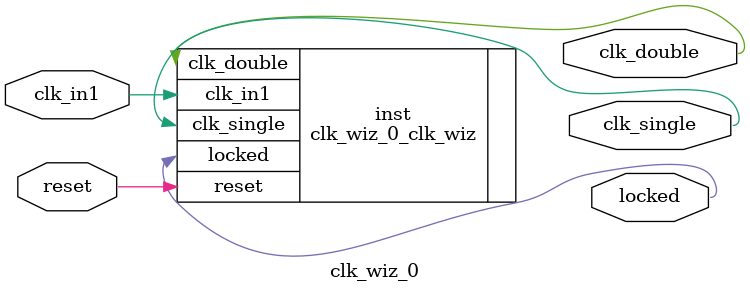
<source format=v>


`timescale 1ps/1ps

(* CORE_GENERATION_INFO = "clk_wiz_0,clk_wiz_v6_0_9_0_0,{component_name=clk_wiz_0,use_phase_alignment=true,use_min_o_jitter=false,use_max_i_jitter=false,use_dyn_phase_shift=false,use_inclk_switchover=false,use_dyn_reconfig=false,enable_axi=0,feedback_source=FDBK_AUTO,PRIMITIVE=MMCM,num_out_clk=2,clkin1_period=10.000,clkin2_period=10.000,use_power_down=false,use_reset=true,use_locked=true,use_inclk_stopped=false,feedback_type=SINGLE,CLOCK_MGR_TYPE=NA,manual_override=false}" *)

module clk_wiz_0 
 (
  // Clock out ports
  output        clk_double,
  output        clk_single,
  // Status and control signals
  input         reset,
  output        locked,
 // Clock in ports
  input         clk_in1
 );

  clk_wiz_0_clk_wiz inst
  (
  // Clock out ports  
  .clk_double(clk_double),
  .clk_single(clk_single),
  // Status and control signals               
  .reset(reset), 
  .locked(locked),
 // Clock in ports
  .clk_in1(clk_in1)
  );

endmodule

</source>
